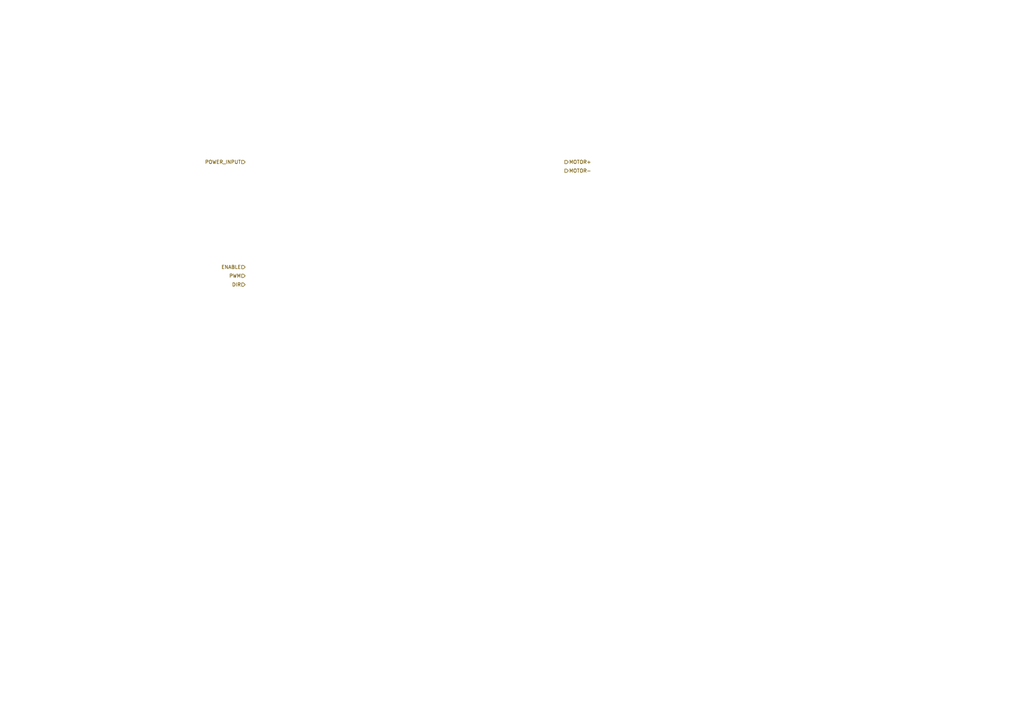
<source format=kicad_sch>
(kicad_sch
	(version 20250114)
	(generator "eeschema")
	(generator_version "9.0")
	(uuid "443b4ad7-e0b1-4f9e-aa1b-ef3f89c990cb")
	(paper "A4")
	(lib_symbols)
	(hierarchical_label "MOTOR+"
		(shape output)
		(at 163.83 46.99 0)
		(effects
			(font
				(size 1.016 1.016)
			)
			(justify left)
		)
		(uuid "6040da61-e94c-42a9-b4c0-3e956484fc09")
	)
	(hierarchical_label "DIR"
		(shape input)
		(at 71.12 82.55 180)
		(effects
			(font
				(size 1.016 1.016)
			)
			(justify right)
		)
		(uuid "627a10ca-0f3e-423a-ac75-03d97e95241d")
	)
	(hierarchical_label "MOTOR-"
		(shape output)
		(at 163.83 49.53 0)
		(effects
			(font
				(size 1.016 1.016)
			)
			(justify left)
		)
		(uuid "848a0da0-3419-461c-8fc4-d1c5ec0788ac")
	)
	(hierarchical_label "POWER_INPUT"
		(shape input)
		(at 71.12 46.99 180)
		(effects
			(font
				(size 1.016 1.016)
			)
			(justify right)
		)
		(uuid "c098060a-203a-4c38-b016-277bf47e9547")
	)
	(hierarchical_label "ENABLE"
		(shape input)
		(at 71.12 77.47 180)
		(effects
			(font
				(size 1.016 1.016)
			)
			(justify right)
		)
		(uuid "c73f9210-dac0-40d9-9cf2-9ea90d63cc3e")
	)
	(hierarchical_label "PWM"
		(shape input)
		(at 71.12 80.01 180)
		(effects
			(font
				(size 1.016 1.016)
			)
			(justify right)
		)
		(uuid "ce04213b-e76d-408a-ae95-496aa3e87064")
	)
)

</source>
